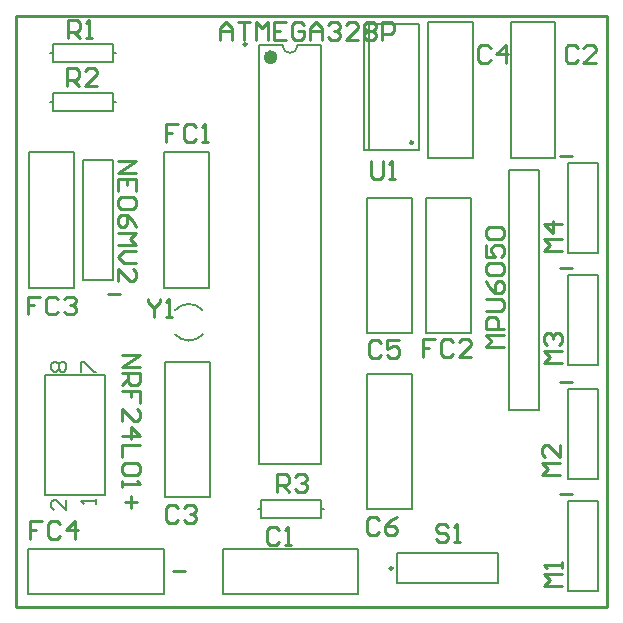
<source format=gto>
G04 Layer_Color=65535*
%FSLAX42Y42*%
%MOMM*%
G71*
G01*
G75*
%ADD10C,0.25*%
%ADD11C,0.25*%
%ADD24C,0.20*%
%ADD25C,0.60*%
%ADD26C,0.20*%
D10*
X3358Y3930D02*
G03*
X3358Y3930I-12J0D01*
G01*
X1949Y4763D02*
G03*
X1949Y4763I-12J0D01*
G01*
X3186Y325D02*
G03*
X3186Y325I-12J0D01*
G01*
D11*
X203Y2626D02*
X101D01*
Y2550D01*
X152D01*
X101D01*
Y2474D01*
X355Y2601D02*
X330Y2626D01*
X279D01*
X253Y2601D01*
Y2499D01*
X279Y2474D01*
X330D01*
X355Y2499D01*
X406Y2601D02*
X431Y2626D01*
X482D01*
X507Y2601D01*
Y2576D01*
X482Y2550D01*
X456D01*
X482D01*
X507Y2525D01*
Y2499D01*
X482Y2474D01*
X431D01*
X406Y2499D01*
X3542Y2265D02*
X3440D01*
Y2189D01*
X3491D01*
X3440D01*
Y2113D01*
X3694Y2240D02*
X3669Y2265D01*
X3618D01*
X3592Y2240D01*
Y2138D01*
X3618Y2113D01*
X3669D01*
X3694Y2138D01*
X3846Y2113D02*
X3745D01*
X3846Y2215D01*
Y2240D01*
X3821Y2265D01*
X3770D01*
X3745Y2240D01*
X1368Y4083D02*
X1266D01*
Y4007D01*
X1317D01*
X1266D01*
Y3931D01*
X1520Y4058D02*
X1495Y4083D01*
X1444D01*
X1419Y4058D01*
Y3956D01*
X1444Y3931D01*
X1495D01*
X1520Y3956D01*
X1571Y3931D02*
X1622D01*
X1597D01*
Y4083D01*
X1571Y4058D01*
X1118Y2603D02*
Y2578D01*
X1169Y2527D01*
X1220Y2578D01*
Y2603D01*
X1169Y2527D02*
Y2451D01*
X1270D02*
X1321D01*
X1296D01*
Y2603D01*
X1270Y2578D01*
X3000Y3777D02*
Y3650D01*
X3025Y3625D01*
X3076D01*
X3102Y3650D01*
Y3777D01*
X3152Y3625D02*
X3203D01*
X3178D01*
Y3777D01*
X3152Y3752D01*
X3652Y677D02*
X3626Y702D01*
X3575D01*
X3550Y677D01*
Y652D01*
X3575Y626D01*
X3626D01*
X3652Y601D01*
Y575D01*
X3626Y550D01*
X3575D01*
X3550Y575D01*
X3702Y550D02*
X3753D01*
X3728D01*
Y702D01*
X3702Y677D01*
X2206Y975D02*
Y1127D01*
X2282D01*
X2308Y1102D01*
Y1051D01*
X2282Y1026D01*
X2206D01*
X2257D02*
X2308Y975D01*
X2358Y1102D02*
X2384Y1127D01*
X2435D01*
X2460Y1102D01*
Y1077D01*
X2435Y1051D01*
X2409D01*
X2435D01*
X2460Y1026D01*
Y1000D01*
X2435Y975D01*
X2384D01*
X2358Y1000D01*
X430Y4408D02*
Y4560D01*
X506D01*
X532Y4534D01*
Y4484D01*
X506Y4458D01*
X430D01*
X481D02*
X532Y4408D01*
X684D02*
X582D01*
X684Y4509D01*
Y4534D01*
X659Y4560D01*
X608D01*
X582Y4534D01*
X439Y4812D02*
Y4964D01*
X516D01*
X541Y4939D01*
Y4888D01*
X516Y4863D01*
X439D01*
X490D02*
X541Y4812D01*
X592D02*
X643D01*
X617D01*
Y4964D01*
X592Y4939D01*
X896Y2129D02*
X1048D01*
X896Y2027D01*
X1048D01*
X896Y1977D02*
X1048D01*
Y1900D01*
X1023Y1875D01*
X972D01*
X947Y1900D01*
Y1977D01*
Y1926D02*
X896Y1875D01*
X1048Y1723D02*
Y1824D01*
X972D01*
Y1774D01*
Y1824D01*
X896D01*
Y1570D02*
Y1672D01*
X998Y1570D01*
X1023D01*
X1048Y1596D01*
Y1647D01*
X1023Y1672D01*
X896Y1443D02*
X1048D01*
X972Y1520D01*
Y1418D01*
X1048Y1367D02*
X896D01*
Y1266D01*
X1023Y1215D02*
X1048Y1190D01*
Y1139D01*
X1023Y1113D01*
X921D01*
X896Y1139D01*
Y1190D01*
X921Y1215D01*
X1023D01*
X896Y1063D02*
Y1012D01*
Y1037D01*
X1048D01*
X1023Y1063D01*
X972Y936D02*
Y834D01*
X1023Y885D02*
X921D01*
X863Y3772D02*
X1015D01*
X863Y3670D01*
X1015D01*
Y3518D02*
Y3620D01*
X863D01*
Y3518D01*
X939Y3620D02*
Y3569D01*
X1015Y3391D02*
Y3442D01*
X990Y3467D01*
X888D01*
X863Y3442D01*
Y3391D01*
X888Y3366D01*
X990D01*
X1015Y3391D01*
Y3213D02*
X990Y3264D01*
X939Y3315D01*
X888D01*
X863Y3290D01*
Y3239D01*
X888Y3213D01*
X914D01*
X939Y3239D01*
Y3315D01*
X863Y3163D02*
X1015D01*
X965Y3112D01*
X1015Y3061D01*
X863D01*
X1015Y3010D02*
X914D01*
X863Y2959D01*
X914Y2909D01*
X1015D01*
X863Y2756D02*
Y2858D01*
X965Y2756D01*
X990D01*
X1015Y2782D01*
Y2833D01*
X990Y2858D01*
X4125Y2195D02*
X3973D01*
X4023Y2246D01*
X3973Y2297D01*
X4125D01*
Y2348D02*
X3973D01*
Y2424D01*
X3998Y2449D01*
X4049D01*
X4074Y2424D01*
Y2348D01*
X3973Y2500D02*
X4100D01*
X4125Y2526D01*
Y2576D01*
X4100Y2602D01*
X3973D01*
Y2754D02*
X3998Y2703D01*
X4049Y2653D01*
X4100D01*
X4125Y2678D01*
Y2729D01*
X4100Y2754D01*
X4074D01*
X4049Y2729D01*
Y2653D01*
X3998Y2805D02*
X3973Y2830D01*
Y2881D01*
X3998Y2906D01*
X4100D01*
X4125Y2881D01*
Y2830D01*
X4100Y2805D01*
X3998D01*
X3973Y3059D02*
Y2957D01*
X4049D01*
X4023Y3008D01*
Y3033D01*
X4049Y3059D01*
X4100D01*
X4125Y3033D01*
Y2983D01*
X4100Y2957D01*
X3998Y3110D02*
X3973Y3135D01*
Y3186D01*
X3998Y3211D01*
X4100D01*
X4125Y3186D01*
Y3135D01*
X4100Y3110D01*
X3998D01*
X4622Y3010D02*
X4470D01*
X4521Y3061D01*
X4470Y3112D01*
X4622D01*
Y3239D02*
X4470D01*
X4546Y3162D01*
Y3264D01*
X4622Y2064D02*
X4470D01*
X4521Y2115D01*
X4470Y2166D01*
X4622D01*
X4496Y2216D02*
X4470Y2242D01*
Y2293D01*
X4496Y2318D01*
X4521D01*
X4546Y2293D01*
Y2267D01*
Y2293D01*
X4572Y2318D01*
X4597D01*
X4622Y2293D01*
Y2242D01*
X4597Y2216D01*
X4601Y1118D02*
X4449D01*
X4499Y1169D01*
X4449Y1220D01*
X4601D01*
Y1372D02*
Y1270D01*
X4499Y1372D01*
X4474D01*
X4449Y1347D01*
Y1296D01*
X4474Y1270D01*
X4622Y172D02*
X4470D01*
X4521Y223D01*
X4470Y274D01*
X4622D01*
Y324D02*
Y375D01*
Y350D01*
X4470D01*
X4496Y324D01*
X3072Y734D02*
X3046Y759D01*
X2995D01*
X2970Y734D01*
Y632D01*
X2995Y607D01*
X3046D01*
X3072Y632D01*
X3224Y759D02*
X3173Y734D01*
X3122Y683D01*
Y632D01*
X3148Y607D01*
X3199D01*
X3224Y632D01*
Y658D01*
X3199Y683D01*
X3122D01*
X4015Y4728D02*
X3989Y4753D01*
X3938D01*
X3913Y4728D01*
Y4626D01*
X3938Y4601D01*
X3989D01*
X4015Y4626D01*
X4142Y4601D02*
Y4753D01*
X4065Y4677D01*
X4167D01*
X1370Y836D02*
X1345Y862D01*
X1294D01*
X1269Y836D01*
Y735D01*
X1294Y709D01*
X1345D01*
X1370Y735D01*
X1421Y836D02*
X1446Y862D01*
X1497D01*
X1522Y836D01*
Y811D01*
X1497Y786D01*
X1472D01*
X1497D01*
X1522Y760D01*
Y735D01*
X1497Y709D01*
X1446D01*
X1421Y735D01*
X4752Y4727D02*
X4726Y4752D01*
X4675D01*
X4650Y4727D01*
Y4625D01*
X4675Y4600D01*
X4726D01*
X4752Y4625D01*
X4904Y4600D02*
X4802D01*
X4904Y4702D01*
Y4727D01*
X4879Y4752D01*
X4828D01*
X4802Y4727D01*
X2227Y652D02*
X2201Y677D01*
X2150D01*
X2125Y652D01*
Y550D01*
X2150Y525D01*
X2201D01*
X2227Y550D01*
X2277Y525D02*
X2328D01*
X2303D01*
Y677D01*
X2277Y652D01*
X1725Y4800D02*
Y4902D01*
X1776Y4952D01*
X1827Y4902D01*
Y4800D01*
Y4876D01*
X1725D01*
X1877Y4952D02*
X1979D01*
X1928D01*
Y4800D01*
X2030D02*
Y4952D01*
X2080Y4902D01*
X2131Y4952D01*
Y4800D01*
X2284Y4952D02*
X2182D01*
Y4800D01*
X2284D01*
X2182Y4876D02*
X2233D01*
X2436Y4927D02*
X2411Y4952D01*
X2360D01*
X2334Y4927D01*
Y4825D01*
X2360Y4800D01*
X2411D01*
X2436Y4825D01*
Y4876D01*
X2385D01*
X2487Y4800D02*
Y4902D01*
X2538Y4952D01*
X2588Y4902D01*
Y4800D01*
Y4876D01*
X2487D01*
X2639Y4927D02*
X2664Y4952D01*
X2715D01*
X2741Y4927D01*
Y4902D01*
X2715Y4876D01*
X2690D01*
X2715D01*
X2741Y4851D01*
Y4825D01*
X2715Y4800D01*
X2664D01*
X2639Y4825D01*
X2893Y4800D02*
X2791D01*
X2893Y4902D01*
Y4927D01*
X2868Y4952D01*
X2817D01*
X2791Y4927D01*
X2944D02*
X2969Y4952D01*
X3020D01*
X3045Y4927D01*
Y4902D01*
X3020Y4876D01*
X3045Y4851D01*
Y4825D01*
X3020Y4800D01*
X2969D01*
X2944Y4825D01*
Y4851D01*
X2969Y4876D01*
X2944Y4902D01*
Y4927D01*
X2969Y4876D02*
X3020D01*
X3096Y4800D02*
Y4952D01*
X3172D01*
X3198Y4927D01*
Y4876D01*
X3172Y4851D01*
X3096D01*
X221Y728D02*
X119D01*
Y652D01*
X170D01*
X119D01*
Y576D01*
X373Y703D02*
X348Y728D01*
X297D01*
X271Y703D01*
Y601D01*
X297Y576D01*
X348D01*
X373Y601D01*
X500Y576D02*
Y728D01*
X424Y652D01*
X525D01*
X3090Y2234D02*
X3065Y2259D01*
X3014D01*
X2989Y2234D01*
Y2132D01*
X3014Y2107D01*
X3065D01*
X3090Y2132D01*
X3242Y2259D02*
X3141D01*
Y2183D01*
X3192Y2209D01*
X3217D01*
X3242Y2183D01*
Y2132D01*
X3217Y2107D01*
X3166D01*
X3141Y2132D01*
X775Y2651D02*
X877D01*
X4601Y2871D02*
X4703D01*
X4601Y1904D02*
X4703D01*
X4601Y958D02*
X4703D01*
X4601Y3817D02*
X4703D01*
X1325Y301D02*
X1427D01*
X0Y0D02*
Y5000D01*
Y0D02*
X5000D01*
Y5000D01*
X0D02*
X5000D01*
D24*
X1578Y2510D02*
G03*
X1343Y2509I-117J-102D01*
G01*
X1344Y2307D02*
G03*
X1579Y2306I118J101D01*
G01*
X2254Y4752D02*
G03*
X2381Y4752I63J0D01*
G01*
X1260Y2072D02*
X1641D01*
Y928D02*
Y2072D01*
X1260Y928D02*
X1641D01*
X1260D02*
Y2072D01*
X111Y2702D02*
X491D01*
X111D02*
Y3846D01*
X491D01*
Y2702D02*
Y3846D01*
X2970Y826D02*
X3351D01*
X2970D02*
Y1969D01*
X3351D01*
Y826D02*
Y1969D01*
X2970Y2316D02*
Y3458D01*
Y2316D02*
X3351D01*
Y3458D01*
X2970D02*
X3351D01*
X2990Y3865D02*
Y4935D01*
X2940Y3865D02*
Y4935D01*
X3410Y3865D02*
Y4935D01*
X2940Y3865D02*
X3410D01*
X2940Y4935D02*
X3410D01*
X4185Y3803D02*
X4565D01*
X4185D02*
Y4947D01*
X4565D01*
Y3803D02*
Y4947D01*
X2052Y1212D02*
X2582D01*
X2381Y4752D02*
X2582D01*
X2052D02*
X2254D01*
X2582Y1212D02*
Y4752D01*
X2052Y1212D02*
Y4752D01*
X311Y4611D02*
Y4687D01*
Y4611D02*
X819D01*
Y4763D01*
X311D02*
X819D01*
X311Y4687D02*
Y4763D01*
X819Y4687D02*
X841D01*
X288D02*
X311D01*
Y4199D02*
Y4275D01*
Y4199D02*
X819D01*
Y4351D01*
X311D02*
X819D01*
X311Y4275D02*
Y4351D01*
X819Y4275D02*
X841D01*
X288D02*
X311D01*
X561Y2766D02*
X815D01*
X561D02*
Y3782D01*
X815Y2766D02*
Y3782D01*
X561D02*
X815D01*
X3222Y452D02*
X4078D01*
Y198D02*
Y452D01*
X3222Y198D02*
X4078D01*
X3222D02*
Y452D01*
X2891Y110D02*
Y491D01*
X1748Y110D02*
X2891D01*
X1748D02*
Y491D01*
X2891D01*
X2579Y825D02*
Y901D01*
X2071D02*
X2579D01*
X2071Y749D02*
Y901D01*
Y749D02*
X2579D01*
Y825D01*
X2048D02*
X2071D01*
X2579D02*
X2602D01*
X4173Y1669D02*
X4427D01*
X4173D02*
Y3701D01*
X4427D01*
Y1669D02*
Y3701D01*
X4922Y1081D02*
Y1843D01*
X4667D02*
X4922D01*
X4667Y1081D02*
Y1843D01*
Y1081D02*
X4922D01*
X3465Y3458D02*
X3846D01*
Y2316D02*
Y3458D01*
X3465Y2316D02*
X3846D01*
X3465D02*
Y3458D01*
X4922Y2994D02*
Y3756D01*
X4667D02*
X4922D01*
X4667Y2994D02*
Y3756D01*
Y2994D02*
X4922D01*
Y2049D02*
Y2810D01*
X4667D02*
X4922D01*
X4667Y2049D02*
Y2810D01*
Y2049D02*
X4922D01*
Y135D02*
Y897D01*
X4667D02*
X4922D01*
X4667Y135D02*
Y897D01*
Y135D02*
X4922D01*
X752Y948D02*
Y1964D01*
X244Y948D02*
Y1964D01*
Y948D02*
X752D01*
X244Y1964D02*
X752D01*
X1250Y3846D02*
X1631D01*
Y2702D02*
Y3846D01*
X1250Y2702D02*
X1631D01*
X1250D02*
Y3846D01*
X103Y491D02*
X1247D01*
X103Y110D02*
Y491D01*
Y110D02*
X1247D01*
Y491D01*
X3865Y3803D02*
Y4947D01*
X3485D02*
X3865D01*
X3485Y3803D02*
Y4947D01*
Y3803D02*
X3865D01*
D25*
X2182Y4652D02*
G03*
X2182Y4652I-30J0D01*
G01*
D26*
X422Y906D02*
Y821D01*
X337Y906D01*
X316D01*
X295Y884D01*
Y842D01*
X316Y821D01*
X676Y872D02*
Y914D01*
Y893D01*
X549D01*
X570Y872D01*
X549Y1989D02*
Y2074D01*
X570D01*
X655Y1989D01*
X676D01*
X316D02*
X295Y2011D01*
Y2053D01*
X316Y2074D01*
X337D01*
X358Y2053D01*
X379Y2074D01*
X401D01*
X422Y2053D01*
Y2011D01*
X401Y1989D01*
X379D01*
X358Y2011D01*
X337Y1989D01*
X316D01*
X358Y2011D02*
Y2053D01*
M02*

</source>
